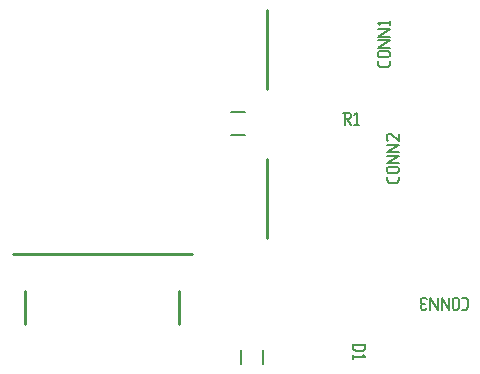
<source format=gbr>
G04 start of page 8 for group -4079 idx -4079 *
G04 Title: (unknown), topsilk *
G04 Creator: pcb 4.2.0 *
G04 CreationDate: Fri Feb 14 02:43:24 2020 UTC *
G04 For: blinken *
G04 Format: Gerber/RS-274X *
G04 PCB-Dimensions (mm): 65.00 56.00 *
G04 PCB-Coordinate-Origin: lower left *
%MOMM*%
%FSLAX43Y43*%
%LNTOPSILK*%
%ADD43C,0.150*%
%ADD42C,0.203*%
%ADD41C,0.254*%
G54D41*X16100Y30550D02*Y27800D01*
X3050Y30550D02*Y27800D01*
G54D42*X20450Y45700D02*X21650D01*
X20450Y43800D02*X21650D01*
X23200Y25600D02*Y24400D01*
X21300Y25600D02*Y24400D01*
G54D41*X2000Y33700D02*X17200D01*
X23500Y54350D02*Y47650D01*
Y41750D02*Y35050D01*
G54D43*X40042Y30020D02*X40372D01*
X40550Y29842D02*X40372Y30020D01*
X40550Y29842D02*Y29182D01*
X40372Y29004D01*
X40042D02*X40372D01*
X39737Y29893D02*Y29131D01*
X39610Y29004D01*
X39356D02*X39610D01*
X39356D02*X39229Y29131D01*
Y29893D02*Y29131D01*
X39356Y30020D02*X39229Y29893D01*
X39356Y30020D02*X39610D01*
X39737Y29893D02*X39610Y30020D01*
X38924D02*Y29004D01*
X38289Y30020D01*
Y29004D01*
X37985Y30020D02*Y29004D01*
X37350Y30020D01*
Y29004D01*
X37045Y29131D02*X36918Y29004D01*
X36664D02*X36918D01*
X36664D02*X36537Y29131D01*
X36664Y30020D02*X36537Y29893D01*
X36664Y30020D02*X36918D01*
X37045Y29893D02*X36918Y30020D01*
X36664Y29461D02*X36918D01*
X36537Y29334D02*Y29131D01*
Y29893D02*Y29588D01*
X36664Y29461D01*
X36537Y29334D02*X36664Y29461D01*
X30830Y25973D02*X31846D01*
Y25643D02*X31668Y25465D01*
X31008D02*X31668D01*
X30830Y25643D02*X31008Y25465D01*
X30830Y26100D02*Y25643D01*
X31846Y26100D02*Y25643D01*
X31643Y25160D02*X31846Y24957D01*
X30830D02*X31846D01*
X30830Y25160D02*Y24779D01*
X29950Y45646D02*X30458D01*
X30585Y45519D01*
Y45265D01*
X30458Y45138D02*X30585Y45265D01*
X30077Y45138D02*X30458D01*
X30077Y45646D02*Y44630D01*
X30280Y45138D02*X30585Y44630D01*
X30890Y45443D02*X31093Y45646D01*
Y44630D01*
X30890D02*X31271D01*
X33920Y50058D02*Y49728D01*
X33742Y49550D02*X33920Y49728D01*
X33082Y49550D02*X33742D01*
X33082D02*X32904Y49728D01*
Y50058D02*Y49728D01*
X33031Y50363D02*X33793D01*
X33031D02*X32904Y50490D01*
Y50744D02*Y50490D01*
Y50744D02*X33031Y50871D01*
X33793D01*
X33920Y50744D02*X33793Y50871D01*
X33920Y50744D02*Y50490D01*
X33793Y50363D02*X33920Y50490D01*
X32904Y51176D02*X33920D01*
X32904D02*X33920Y51811D01*
X32904D02*X33920D01*
X32904Y52115D02*X33920D01*
X32904D02*X33920Y52750D01*
X32904D02*X33920D01*
X33107Y53055D02*X32904Y53258D01*
X33920D01*
Y53436D02*Y53055D01*
X34670Y40258D02*Y39928D01*
X34492Y39750D02*X34670Y39928D01*
X33832Y39750D02*X34492D01*
X33832D02*X33654Y39928D01*
Y40258D02*Y39928D01*
X33781Y40563D02*X34543D01*
X33781D02*X33654Y40690D01*
Y40944D02*Y40690D01*
Y40944D02*X33781Y41071D01*
X34543D01*
X34670Y40944D02*X34543Y41071D01*
X34670Y40944D02*Y40690D01*
X34543Y40563D02*X34670Y40690D01*
X33654Y41376D02*X34670D01*
X33654D02*X34670Y42011D01*
X33654D02*X34670D01*
X33654Y42315D02*X34670D01*
X33654D02*X34670Y42950D01*
X33654D02*X34670D01*
X33781Y43255D02*X33654Y43382D01*
Y43763D02*Y43382D01*
Y43763D02*X33781Y43890D01*
X34035D01*
X34670Y43255D02*X34035Y43890D01*
X34670D02*Y43255D01*
M02*

</source>
